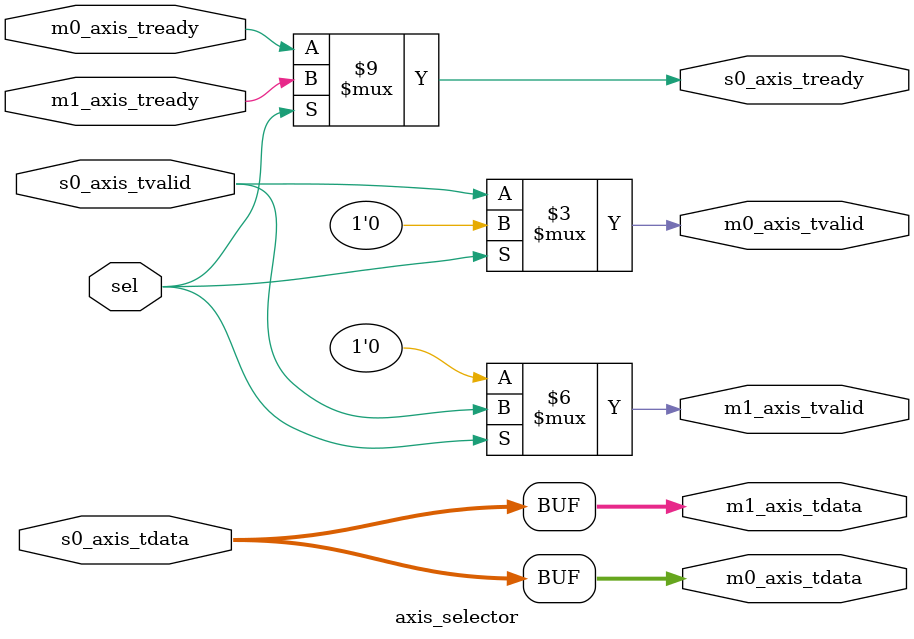
<source format=sv>

module axis_selector
#(parameter width = 16)
(
	input wire [width-1:0] s0_axis_tdata,
	input wire s0_axis_tvalid,
	output reg s0_axis_tready,
	
	output reg [width-1:0] m0_axis_tdata,
	output reg m0_axis_tvalid,
	input wire m0_axis_tready,
	
	output reg [width-1:0] m1_axis_tdata,
	output reg m1_axis_tvalid,
	input wire m1_axis_tready,
	
	input wire sel
	
);

assign m1_axis_tdata = s0_axis_tdata;
assign m0_axis_tdata = s0_axis_tdata;

always @ * begin

	if(sel) begin
		s0_axis_tready <= m1_axis_tready;
		m1_axis_tvalid <= s0_axis_tvalid;
		
		m0_axis_tvalid <= 0;
	end
	else begin
		s0_axis_tready <= m0_axis_tready;
		m0_axis_tvalid <= s0_axis_tvalid;
		
		m1_axis_tvalid <= 0;
	end
end





endmodule
</source>
